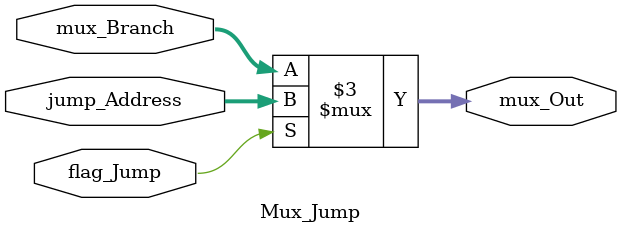
<source format=v>
module Mux_Jump (jump_Address, mux_Branch, flag_Jump, mux_Out);

	input [31:0] jump_Address, mux_Branch;
	input flag_Jump;
	output reg [31:0] mux_Out;
	
	always@(*)
	begin
		if (flag_Jump)
			mux_Out = jump_Address;
		else
			mux_Out = mux_Branch;
	end
	
endmodule

</source>
